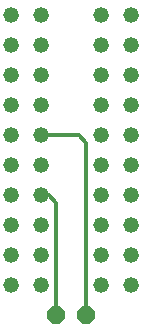
<source format=gbl>
G75*
%MOIN*%
%OFA0B0*%
%FSLAX24Y24*%
%IPPOS*%
%LPD*%
%AMOC8*
5,1,8,0,0,1.08239X$1,22.5*
%
%ADD10C,0.0520*%
%ADD11OC8,0.0600*%
%ADD12C,0.0120*%
D10*
X000650Y005500D03*
X000650Y006500D03*
X000650Y007500D03*
X000650Y008500D03*
X000650Y009500D03*
X000650Y010500D03*
X000650Y011500D03*
X000650Y012500D03*
X000650Y013500D03*
X000650Y014500D03*
X001650Y014500D03*
X001650Y013500D03*
X001650Y012500D03*
X001650Y011500D03*
X001650Y010500D03*
X001650Y009500D03*
X001650Y008500D03*
X001650Y007500D03*
X001650Y006500D03*
X001650Y005500D03*
X003650Y005500D03*
X003650Y006500D03*
X003650Y007500D03*
X003650Y008500D03*
X003650Y009500D03*
X003650Y010500D03*
X003650Y011500D03*
X003650Y012500D03*
X003650Y013500D03*
X003650Y014500D03*
X004650Y014500D03*
X004650Y013500D03*
X004650Y012500D03*
X004650Y011500D03*
X004650Y010500D03*
X004650Y009500D03*
X004650Y008500D03*
X004650Y007500D03*
X004650Y006500D03*
X004650Y005500D03*
D11*
X003150Y004500D03*
X002150Y004500D03*
D12*
X002150Y008250D01*
X001900Y008500D01*
X001650Y008500D01*
X001650Y010500D02*
X002900Y010500D01*
X003150Y010250D01*
X003150Y004500D01*
M02*

</source>
